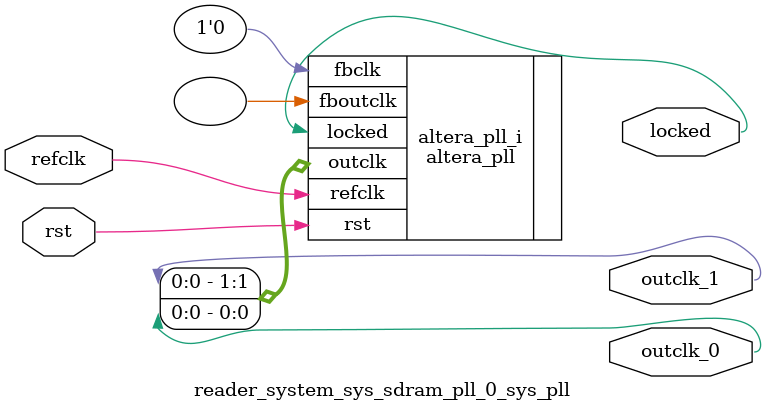
<source format=v>
`timescale 1ns/10ps
module  reader_system_sys_sdram_pll_0_sys_pll(

	// interface 'refclk'
	input wire refclk,

	// interface 'reset'
	input wire rst,

	// interface 'outclk0'
	output wire outclk_0,

	// interface 'outclk1'
	output wire outclk_1,

	// interface 'locked'
	output wire locked
);

	altera_pll #(
		.fractional_vco_multiplier("false"),
		.reference_clock_frequency("50.0 MHz"),
		.operation_mode("direct"),
		.number_of_clocks(2),
		.output_clock_frequency0("133.333333 MHz"),
		.phase_shift0("0 ps"),
		.duty_cycle0(50),
		.output_clock_frequency1("133.333333 MHz"),
		.phase_shift1("-3000 ps"),
		.duty_cycle1(50),
		.output_clock_frequency2("0 MHz"),
		.phase_shift2("0 ps"),
		.duty_cycle2(50),
		.output_clock_frequency3("0 MHz"),
		.phase_shift3("0 ps"),
		.duty_cycle3(50),
		.output_clock_frequency4("0 MHz"),
		.phase_shift4("0 ps"),
		.duty_cycle4(50),
		.output_clock_frequency5("0 MHz"),
		.phase_shift5("0 ps"),
		.duty_cycle5(50),
		.output_clock_frequency6("0 MHz"),
		.phase_shift6("0 ps"),
		.duty_cycle6(50),
		.output_clock_frequency7("0 MHz"),
		.phase_shift7("0 ps"),
		.duty_cycle7(50),
		.output_clock_frequency8("0 MHz"),
		.phase_shift8("0 ps"),
		.duty_cycle8(50),
		.output_clock_frequency9("0 MHz"),
		.phase_shift9("0 ps"),
		.duty_cycle9(50),
		.output_clock_frequency10("0 MHz"),
		.phase_shift10("0 ps"),
		.duty_cycle10(50),
		.output_clock_frequency11("0 MHz"),
		.phase_shift11("0 ps"),
		.duty_cycle11(50),
		.output_clock_frequency12("0 MHz"),
		.phase_shift12("0 ps"),
		.duty_cycle12(50),
		.output_clock_frequency13("0 MHz"),
		.phase_shift13("0 ps"),
		.duty_cycle13(50),
		.output_clock_frequency14("0 MHz"),
		.phase_shift14("0 ps"),
		.duty_cycle14(50),
		.output_clock_frequency15("0 MHz"),
		.phase_shift15("0 ps"),
		.duty_cycle15(50),
		.output_clock_frequency16("0 MHz"),
		.phase_shift16("0 ps"),
		.duty_cycle16(50),
		.output_clock_frequency17("0 MHz"),
		.phase_shift17("0 ps"),
		.duty_cycle17(50),
		.pll_type("General"),
		.pll_subtype("General")
	) altera_pll_i (
		.rst	(rst),
		.outclk	({outclk_1, outclk_0}),
		.locked	(locked),
		.fboutclk	( ),
		.fbclk	(1'b0),
		.refclk	(refclk)
	);
endmodule


</source>
